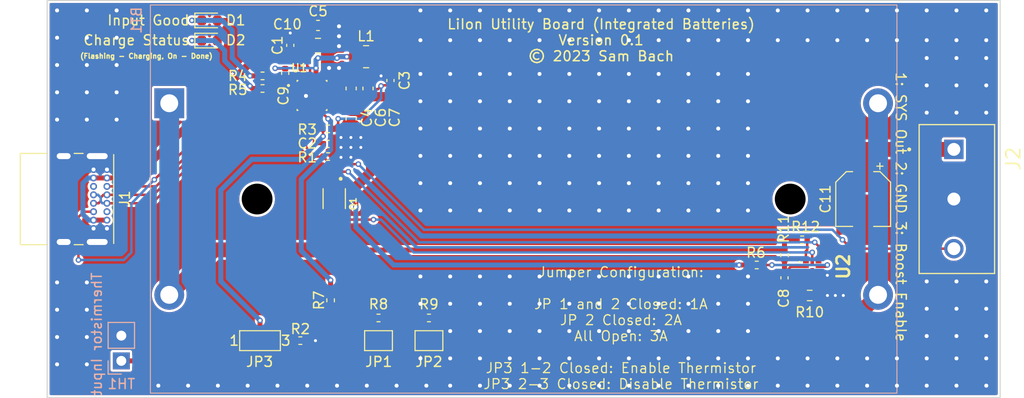
<source format=kicad_pcb>
(kicad_pcb (version 20211014) (generator pcbnew)
  (layers (0 "F.Cu" signal) (31 "B.Cu" signal) (34 "B.Paste" user) (35 "F.Paste" user) (36 "B.SilkS" user "B.Silkscreen") (37 "F.SilkS" user "F.Silkscreen") (38 "B.Mask" user) (39 "F.Mask" user) (44 "Edge.Cuts" user))
  (net 0 "")
  (net 1 "Net-(BT1-Pad1)")
  (net 2 "Net-(BT1-Pad2)")
  (net 3 "GND")
  (net 4 "Net-(C1-Pad2)")
  (net 5 "Net-(C2-Pad2)")
  (net 6 "Net-(C3-Pad2)")
  (net 7 "+BATT")
  (net 8 "Net-(C10-Pad1)")
  (net 9 "+SYS")
  (net 10 "Net-(C8-Pad1)")
  (net 11 "Net-(C9-Pad1)")
  (net 12 "Net-(C9-Pad2)")
  (net 13 "Net-(D1-Pad1)")
  (net 14 "Net-(D2-Pad1)")
  (net 15 "Net-(J1-PadA5)")
  (net 16 "Net-(J1-PadA6)")
  (net 17 "Net-(J1-PadA7)")
  (net 19 "Net-(J1-PadB5)")
  (net 21 "/ENBST")
  (net 22 "Net-(JP1-Pad1)")
  (net 23 "Net-(JP1-Pad2)")
  (net 24 "Net-(JP3-Pad1)")
  (net 25 "Net-(JP3-Pad2)")
  (net 26 "Net-(JP3-Pad3)")
  (net 27 "Net-(Q1-Pad2)")
  (net 28 "Net-(Q1-Pad3)")
  (net 29 "Net-(Q1-Pad5)")
  (net 30 "Net-(R4-Pad2)")
  (net 31 "Net-(R5-Pad2)")
  (net 32 "Net-(R6-Pad1)")
  (net 33 "/IFAST")
  (net 34 "Net-(R12-Pad1)")
  (footprint "Capacitor_SMD:CP_Elec_5x5.3" (layer "F.Cu") (at 168.2 66 -90)
    (fp_text reference "C11")
    (fp_text value "47u")
  )
  (footprint "LED_SMD:LED_0603_1608Metric" (layer "F.Cu") (at 102.362 50.038)
    (fp_text reference "D2")
    (fp_text value "STAT")
  )
  (footprint "LUBParts:BQ298009RUGR" (layer "F.Cu") (at 163.068 72.825 -90)
    (fp_text reference "U2")
    (fp_text value "bq298019" hide)
  )
  (footprint "Capacitor_SMD:C_0402_1005Metric" (layer "F.Cu") (at 114.3 60.452 180)
    (fp_text reference "C2")
    (fp_text value "2.2u")
  )
  (footprint "Resistor_SMD:R_0402_1005Metric" (layer "F.Cu") (at 107.696 54.864)
    (fp_text reference "R5")
    (fp_text value "1K")
  )
  (footprint "Capacitor_SMD:C_0603_1608Metric" (layer "F.Cu") (at 118.322 54.862 90)
    (fp_text reference "C7")
    (fp_text value "10u")
  )
  (footprint "Jumper:SolderJumper-2_P1.3mm_Bridged_Pad1.0x1.5mm" (layer "F.Cu") (at 119.38 80.264 180)
    (fp_text reference "JP1")
    (fp_text value "IFAST1")
  )
  (footprint "Capacitor_SMD:C_0603_1608Metric" (layer "F.Cu") (at 113.286 48.514)
    (fp_text reference "C5")
    (fp_text value "10u")
  )
  (footprint "Jumper:SolderJumper-2_P1.3mm_Bridged_Pad1.0x1.5mm" (layer "F.Cu") (at 124.46 80.264 180)
    (fp_text reference "JP2")
    (fp_text value "IFAST2")
  )
  (footprint "Resistor_SMD:R_0402_1005Metric" (layer "F.Cu") (at 107.696 53.594)
    (fp_text reference "R4")
    (fp_text value "1K")
  )
  (footprint "Capacitor_SMD:C_0603_1608Metric" (layer "F.Cu") (at 116.622 57.912 -90)
    (fp_text reference "C4")
    (fp_text value "10u")
  )
  (footprint "Capacitor_SMD:C_0603_1608Metric" (layer "F.Cu") (at 116.622 54.862 90)
    (fp_text reference "C6")
    (fp_text value "10u")
  )
  (footprint "Inductor_SMD:L_1008_2520Metric" (layer "F.Cu") (at 118.132 51.662 180)
    (fp_text reference "L1")
    (fp_text value "0.47u")
  )
  (footprint "Jumper:SolderJumper-3_P1.3mm_Bridged12_Pad1.0x1.5mm_NumberLabels" (layer "F.Cu") (at 107.442 80.264)
    (fp_text reference "JP3")
    (fp_text value "THM_EN")
  )
  (footprint "Resistor_SMD:R_0402_1005Metric" (layer "F.Cu") (at 162.052 70.104 180)
    (fp_text reference "R12")
    (fp_text value "22")
  )
  (footprint "Capacitor_SMD:C_0805_2012Metric" (layer "F.Cu") (at 113.286 50.546)
    (fp_text reference "C10")
    (fp_text value "22u")
  )
  (footprint "Capacitor_SMD:C_0402_1005Metric" (layer "F.Cu") (at 120.582 54.062 -90)
    (fp_text reference "C3")
    (fp_text value "2.2u")
  )
  (footprint "Resistor_SMD:R_0402_1005Metric" (layer "F.Cu") (at 114.3 58.928 180)
    (fp_text reference "R3")
    (fp_text value "10K")
  )
  (footprint "LUBParts:IC_MAX77757JEFG420+" (layer "F.Cu") (at 112.682 55.562)
    (fp_text reference "U1")
    (fp_text value "MAX77757JEFG420+")
  )
  (footprint "Resistor_SMD:R_0402_1005Metric" (layer "F.Cu") (at 160.274 71.649 90)
    (fp_text reference "R11")
    (fp_text value "100")
  )
  (footprint "Resistor_SMD:R_0402_1005Metric" (layer "F.Cu") (at 124.46 77.978 180)
    (fp_text reference "R9")
    (fp_text value "8.66K")
  )
  (footprint "Resistor_SMD:R_0402_1005Metric" (layer "F.Cu") (at 111.506 80.264)
    (fp_text reference "R2")
    (fp_text value "10K")
  )
  (footprint "Resistor_SMD:R_0402_1005Metric" (layer "F.Cu") (at 157.48 72.644 180)
    (fp_text reference "R6")
    (fp_text value "1K")
  )
  (footprint "Capacitor_SMD:C_0402_1005Metric" (layer "F.Cu") (at 160.274 73.935 -90)
    (fp_text reference "C8")
    (fp_text value "0.1u")
  )
  (footprint "Connector_USB:USB_C_Receptacle_GCT_USB4085" (layer "F.Cu") (at 92.025 63.025 -90)
    (fp_text reference "J1")
    (fp_text value "USBC_Swapped")
  )
  (footprint "Resistor_SMD:R_0402_1005Metric" (layer "F.Cu") (at 114.3 61.722 180)
    (fp_text reference "R1")
    (fp_text value "10K")
  )
  (footprint "LED_SMD:LED_0603_1608Metric" (layer "F.Cu") (at 102.362 48.006)
    (fp_text reference "D1")
    (fp_text value "INBOK")
  )
  (footprint "Resistor_SMD:R_0402_1005Metric" (layer "F.Cu") (at 119.38 77.978 180)
    (fp_text reference "R8")
    (fp_text value "7.32K")
  )
  (footprint "Capacitor_SMD:C_0402_1005Metric" (layer "F.Cu") (at 110.492 50.518 -90)
    (fp_text reference "C1")
    (fp_text value "2.2u")
  )
  (footprint "Resistor_SMD:R_0402_1005Metric" (layer "F.Cu") (at 114.554 76.2 90)
    (fp_text reference "R7")
    (fp_text value "6.65K")
  )
  (footprint "Resistor_SMD:R_0603_1608Metric" (layer "F.Cu") (at 162.814 75.713)
    (fp_text reference "R10")
    (fp_text value "9.0m")
  )
  (footprint "Capacitor_SMD:C_0402_1005Metric" (layer "F.Cu") (at 109.982 53.34 -90)
    (fp_text reference "C9")
    (fp_text value "0.1u")
  )
  (footprint "LUBParts:CUI_TB002-500-03BE" (layer "F.Cu") (at 177.3375 61 -90)
    (fp_text reference "J2")
    (fp_text value "Output")
  )
  (footprint "LUBParts:SON65P200X200X65-8N" (layer "F.Cu") (at 114.92 65.958 -90)
    (fp_text reference "Q1")
    (fp_text value "PMDPB30XN")
  )
  (footprint "LUBParts:12BHC186P-GR" (layer "B.Cu") (at 134 66 180)
    (fp_text reference "BT1")
    (fp_text value "12BHC186P-GR")
  )
  (footprint "Connector_PinHeader_2.54mm:PinHeader_1x02_P2.54mm_Vertical" (layer "B.Cu") (at 93.472 82.301)
    (fp_text reference "TH1")
    (fp_text value "THM")
  )
  (gr_rect (start 86 46) (end 182 86) (layer "Edge.Cuts") (width 0.1) (fill none))
  (gr_text "Thermistor Input" (at 91 79.6 90) (layer "B.SilkS") (effects (font (size 1 1)) (justify mirror)))
  (gr_text "Charge Status\n" (at 95 50) (layer "F.SilkS") (effects (font (size 1 1))))
  (gr_text "(Flashing - Charging, On - Done)" (at 96 51.6) (layer "F.SilkS") (effects (font (size 0.5 0.5) (thickness 0.125))))
  (gr_text "Input Good" (at 96.2 48) (layer "F.SilkS") (effects (font (size 1 1))))
  (gr_text "LiIon Utility Board (Integrated Batteries)\nVersion 0.1\n© 2023 Sam Bach" (at 141.8 50) (layer "F.SilkS") (effects (font (size 1 1))))
  (gr_text "1: SYS Out 2: GND 3: Boost Enable" (at 172 66.8 270) (layer "F.SilkS") (effects (font (size 1 1))))
  (gr_text "Jumper Configuration:\n\nJP 1 and 2 Closed: 1A\nJP 2 Closed: 2A\nAll Open: 3A\n\nJP3 1-2 Closed: Enable Thermistor\nJP3 2-3 Closed: Disable Thermistor" (at 143.8 79) (layer "F.SilkS") (effects (font (size 1 1) (thickness 0.125))))
  (segment (start 160.274 71.139) (end 160.274 70.358) (width 0.5) (layer "F.Cu") (net 1))
  (segment (start 114.27 69.626) (end 112.776 71.12) (width 1.5) (layer "F.Cu") (net 1))
  (segment (start 116.575 71.139) (end 160.274 71.139) (width 0.5) (layer "F.Cu") (net 1))
  (segment (start 160.528 70.104) (end 161.542 70.104) (width 0.5) (layer "F.Cu") (net 1))
  (segment (start 114.27 68.834) (end 114.27 69.626) (width 1.5) (layer "F.Cu") (net 1))
  (segment (start 114.27 66.978) (end 114.27 68.834) (width 0.5) (layer "F.Cu") (net 1))
  (segment (start 112.776 71.12) (end 102.83 71.12) (width 1.5) (layer "F.Cu") (net 1))
  (segment (start 114.27 68.834) (end 116.575 71.139) (width 0.5) (layer "F.Cu") (net 1))
  (segment (start 160.274 70.358) (end 160.528 70.104) (width 0.5) (layer "F.Cu") (net 1))
  (segment (start 102.83 71.12) (end 98.3 75.65) (width 1.5) (layer "F.Cu") (net 1))
  (segment (start 98.3 56.35) (end 98.3 75.65) (width 2) (layer "B.Cu") (net 1))
  (segment (start 162.814 78.486) (end 162.052 77.724) (width 1.5) (layer "F.Cu") (net 2))
  (segment (start 162.052 77.724) (end 162.052 75.776) (width 0.5) (layer "F.Cu") (net 2))
  (segment (start 166.864 78.486) (end 163.322 78.486) (width 1.5) (layer "F.Cu") (net 2))
  (segment (start 161.036 75.713) (end 161.989 75.713) (width 0.5) (layer "F.Cu") (net 2))
  (segment (start 163.322 78.486) (end 162.814 78.486) (width 1.5) (layer "F.Cu") (net 2))
  (segment (start 169.7 75.65) (end 166.864 78.486) (width 1.5) (layer "F.Cu") (net 2))
  (segment (start 160.274 74.951) (end 161.036 75.713) (width 0.5) (layer "F.Cu") (net 2))
  (segment (start 162.433 75.269) (end 161.989 75.713) (width 0.15) (layer "F.Cu") (net 2))
  (segment (start 162.052 75.776) (end 161.989 75.713) (width 0.5) (layer "F.Cu") (net 2))
  (segment (start 160.274 74.415) (end 160.274 74.951) (width 0.5) (layer "F.Cu") (net 2))
  (segment (start 162.433 73.325) (end 162.433 75.269) (width 0.15) (layer "F.Cu") (net 2))
  (segment (start 169.7 56.35) (end 169.7 75.65) (width 2) (layer "B.Cu") (net 2))
  (segment (start 112.016 80.264) (end 113.03 80.264) (width 0.5) (layer "F.Cu") (net 3))
  (segment (start 166.349 75.713) (end 166.603 75.713) (width 0.75) (layer "F.Cu") (net 3))
  (segment (start 164.317 75.713) (end 164.825 75.713) (width 0.75) (layer "F.Cu") (net 3))
  (segment (start 163.703 73.325) (end 164.236 73.325) (width 0.25) (layer "F.Cu") (net 3))
  (segment (start 163.068 75.142) (end 163.639 75.713) (width 0.15) (layer "F.Cu") (net 3))
  (segment (start 165.841 75.713) (end 166.349 75.713) (width 0.75) (layer "F.Cu") (net 3))
  (segment (start 112.482 57.062) (end 112.482 56.094) (width 0.25) (layer "F.Cu") (net 3))
  (segment (start 112.057313 55.626) (end 112.070926 55.612387) (width 0.25) (layer "F.Cu") (net 3))
  (segment (start 163.068 73.26) (end 163.068 75.142) (width 0.15) (layer "F.Cu") (net 3))
  (segment (start 164.236 73.325) (end 164.592 73.681) (width 0.25) (layer "F.Cu") (net 3))
  (segment (start 165.333 75.713) (end 165.841 75.713) (width 0.75) (layer "F.Cu") (net 3))
  (segment (start 163.639 75.713) (end 164.317 75.713) (width 0.75) (layer "F.Cu") (net 3))
  (segment (start 164.825 75.713) (end 165.333 75.713) (width 0.75) (layer "F.Cu") (net 3))
  (segment (start 110.492 50.038) (end 110.492 49.278) (width 0.5) (layer "F.Cu") (net 3))
  (segment (start 119.648 53.582) (end 119.636 53.594) (width 0.25) (layer "F.Cu") (net 3))
  (segment (start 112.014 55.626) (end 112.057313 55.626) (width 0.25) (layer "F.Cu") (net 3))
  (segment (start 110.492 49.278) (end 110.49 49.276) (width 0.5) (layer "F.Cu") (net 3))
  (segment (start 163.133 73.325) (end 163.068 73.26) (width 0.25) (layer "F.Cu") (net 3))
  (segment (start 120.582 53.582) (end 119.648 53.582) (width 0.25) (layer "F.Cu") (net 3))
  (segment (start 112.482 56.094) (end 112.014 55.626) (width 0.25) (layer "F.Cu") (net 3))
  (segment (start 163.703 73.325) (end 163.133 73.325) (width 0.25) (layer "F.Cu") (net 3))
  (via (at 141.6 79.3) (size 0.8) (drill 0.4) (layers "F.Cu" "B.Cu") (net 3))
  (via (at 123.6 82.05) (size 0.8) (drill 0.4) (layers "F.Cu" "B.Cu") (net 3))
  (via (at 129.6 67.15) (size 0.8) (drill 0.4) (layers "F.Cu" "B.Cu") (net 3))
  (via (at 150.6 76.55) (size 0.8) (drill 0.4) (layers "F.Cu" "B.Cu") (net 3))
  (via (at 141.6 76.55) (size 0.8) (drill 0.4) (layers "F.Cu" "B.Cu") (net 3))
  (via (at 90 55.25) (size 0.8) (drill 0.4) (layers "F.Cu" "B.Cu") (net 3))
  (via (at 126.6 73.8) (size 0.8) (drill 0.4) (layers "F.Cu" "B.Cu") (net 3))
  (via (at 132.6 73.8) (size 0.8) (drill 0.4) (layers "F.Cu" "B.Cu") (net 3))
  (via (at 147.6 84.8) (size 0.8) (drill 0.4) (layers "F.Cu" "B.Cu") (net 3))
  (via (at 115.4 49.6) (size 0.8) (drill 0.4) (layers "F.Cu" "B.Cu") (net 3))
  (via (at 117.6 60.8) (size 0.56) (drill 0.3) (layers "F.Cu" "B.Cu") (net 3))
  (via (at 141.6 47) (size 0.8) (drill 0.4) (layers "F.Cu" "B.Cu") (net 3))
  (via (at 126.6 79.3) (size 0.8) (drill 0.4) (layers "F.Cu" "B.Cu") (net 3))
  (via (at 138.6 50) (size 0.8) (drill 0.4) (layers "F.Cu" "B.Cu") (net 3))
  (via (at 87 82.65) (size 0.8) (drill 0.4) (layers "F.Cu" "B.Cu") (net 3))
  (via (at 87 58) (size 0.8) (drill 0.4) (layers "F.Cu" "B.Cu") (net 3))
  (via (at 174.6 47) (size 0.8) (drill 0.4) (layers "F.Cu" "B.Cu") (net 3))
  (via (at 159.6 82.05) (size 0.8) (drill 0.4) (layers "F.Cu" "B.Cu") (net 3))
  (via (at 144.6 47) (size 0.8) (drill 0.4) (layers "F.Cu" "B.Cu") (net 3))
  (via (at 150.6 73.8) (size 0.8) (drill 0.4) (layers "F.Cu" "B.Cu") (net 3))
  (via (at 156.6 73.8) (size 0.8) (drill 0.4) (layers "F.Cu" "B.Cu") (net 3))
  (via (at 135.6 53.4) (size 0.8) (drill 0.4) (layers "F.Cu" "B.Cu") (net 3))
  (via (at 135.6 76.55) (size 0.8) (drill 0.4) (layers "F.Cu" "B.Cu") (net 3))
  (via (at 166.2 75.713) (size 0.56) (drill 0.3) (layers "F.Cu" "B.Cu") (net 3))
  (via (at 156.6 84.8) (size 0.8) (drill 0.4) (layers "F.Cu" "B.Cu") (net 3))
  (via (at 132.6 82.05) (size 0.8) (drill 0.4) (layers "F.Cu" "B.Cu") (net 3))
  (via (at 126.6 84.8) (size 0.8) (drill 0.4) (layers "F.Cu" "B.Cu") (net 3))
  (via (at 180.6 84.8) (size 0.8) (drill 0.4) (layers "F.Cu" "B.Cu") (net 3))
  (via (at 153.6 73.8) (size 0.8) (drill 0.4) (layers "F.Cu" "B.Cu") (net 3))
  (via (at 174.6 51.8) (size 0.8) (drill 0.4) (layers "F.Cu" "B.Cu") (net 3))
  (via (at 147.6 53.4) (size 0.8) (drill 0.4) (layers "F.Cu" "B.Cu") (net 3))
  (via (at 147.6 50) (size 0.8) (drill 0.4) (layers "F.Cu" "B.Cu") (net 3))
  (via (at 93 49.75) (size 0.8) (drill 0.4) (layers "F.Cu" "B.Cu") (net 3))
  (via (at 174.6 57.3) (size 0.8) (drill 0.4) (layers "F.Cu" "B.Cu") (net 3))
  (via (at 144.6 76.55) (size 0.8) (drill 0.4) (layers "F.Cu" "B.Cu") (net 3))
  (via (at 177.6 57.3) (size 0.8) (drill 0.4) (layers "F.Cu" "B.Cu") (net 3))
  (via (at 144.6 84.8) (size 0.8) (drill 0.4) (layers "F.Cu" "B.Cu") (net 3))
  (via (at 147.6 76.55) (size 0.8) (drill 0.4) (layers "F.Cu" "B.Cu") (net 3))
  (via (at 171.6 84.8) (size 0.8) (drill 0.4) (layers "F.Cu" "B.Cu") (net 3))
  (via (at 159.6 50) (size 0.8) (drill 0.4) (layers "F.Cu" "B.Cu") (net 3))
  (via (at 153.6 79.3) (size 0.8) (drill 0.4) (layers "F.Cu" "B.Cu") (net 3))
  (via (at 159.6 84.8) (size 0.8) (drill 0.4) (layers "F.Cu" "B.Cu") (net 3))
  (via (at 180.6 50) (size 0.8) (drill 0.4) (layers "F.Cu" "B.Cu") (net 3))
  (via (at 87 55.25) (size 0.8) (drill 0.4) (layers "F.Cu" "B.Cu") (net 3))
  (via (at 144.6 56.15) (size 0.8) (drill 0.4) (layers "F.Cu" "B.Cu") (net 3))
  (via (at 119.636 53.594) (size 0.56) (drill 0.3) (layers "F.Cu" "B.Cu") (net 3))
  (via (at 132.6 47) (size 0.8) (drill 0.4) (layers "F.Cu" "B.Cu") (net 3))
  (via (at 97.2 84.8) (size 0.8) (drill 0.4) (layers "F.Cu" "B.Cu") (net 3))
  (via (at 93 55.25) (size 0.8) (drill 0.4) (layers "F.Cu" "B.Cu") (net 3))
  (via (at 138.6 61.65) (size 0.8) (drill 0.4) (layers "F.Cu" "B.Cu") (net 3))
  (via (at 126.6 82.05) (size 0.8) (drill 0.4) (layers "F.Cu" "B.Cu") (net 3))
  (via (at 150.6 82.05) (size 0.8) (drill 0.4) (layers "F.Cu" "B.Cu") (net 3))
  (via (at 164.6 75.713) (size 0.56) (drill 0.3) (layers "F.Cu" "B.Cu") (net 3))
  (via (at 126.6 50) (size 0.8) (drill 0.4) (layers "F.Cu" "B.Cu") (net 3))
  (via (at 132.6 56.15) (size 0.8) (drill 0.4) (layers "F.Cu" "B.Cu") (net 3))
  (via (at 132.6 67.15) (size 0.8) (drill 0.4) (layers "F.Cu" "B.Cu") (net 3))
  (via (at 87 77.15) (size 0.8) (drill 0.4) (layers "F.Cu" "B.Cu") (net 3))
  (via (at 135.6 58.9) (size 0.8) (drill 0.4) (layers "F.Cu" "B.Cu") (net 3))
  (via (at 132.6 53.4) (size 0.8) (drill 0.4) (layers "F.Cu" "B.Cu") (net 3))
  (via (at 141.6 82.05) (size 0.8) (drill 0.4) (layers "F.Cu" "B.Cu") (net 3))
  (via (at 126.6 67.15) (size 0.8) (drill 0.4) (layers "F.Cu" "B.Cu") (net 3))
  (via (at 156.6 67.15) (size 0.8) (drill 0.4) (layers "F.Cu" "B.Cu") (net 3))
  (via (at 150.6 64.4) (size 0.8) (drill 0.4) (layers "F.Cu" "B.Cu") (net 3))
  (via (at 177.6 79.8) (size 0.8) (drill 0.4) (layers "F.Cu" "B.Cu") (net 3))
  (via (at 174.6 79.8) (size 0.8) (drill 0.4) (layers "F.Cu" "B.Cu") (net 3))
  (via (at 156.6 58.9) (size 0.8) (drill 0.4) (layers "F.Cu" "B.Cu") (net 3))
  (via (at 129.6 73.8) (size 0.8) (drill 0.4) (layers "F.Cu" "B.Cu") (net 3))
  (via (at 123.6 58.9) (size 0.8) (drill 0.4) (layers "F.Cu" "B.Cu") (net 3))
  (via (at 165.6 82.05) (size 0.8) (drill 0.4) (layers "F.Cu" "B.Cu") (net 3))
  (via (at 100.2 84.8) (size 0.8) (drill 0.4) (layers "F.Cu" "B.Cu") (net 3))
  (via (at 144.6 58.9) (size 0.8) (drill 0.4) (layers "F.Cu" "B.Cu") (net 3))
  (via (at 141.6 56.15) (size 0.8) (drill 0.4) (layers "F.Cu" "B.Cu") (net 3))
  (via (at 168.6 50) (size 0.8) (drill 0.4) (layers "F.Cu" "B.Cu") (net 3))
  (via (at 132.6 64.4) (size 0.8) (drill 0.4) (layers "F.Cu" "B.Cu") (net 3))
  (via (at 171.6 47) (size 0.8) (drill 0.4) (layers "F.Cu" "B.Cu") (net 3))
  (via (at 129.6 56.15) (size 0.8) (drill 0.4) (layers "F.Cu" "B.Cu") (net 3))
  (via (at 135.6 67.15) (size 0.8) (drill 0.4) (layers "F.Cu" "B.Cu") (net 3))
  (via (at 123.6 67.15) (size 0.8) (drill 0.4) (layers "F.Cu" "B.Cu") (net 3))
  (via (at 90 74.4) (size 0.8) (drill 0.4) (layers "F.Cu" "B.Cu") (net 3))
  (via (at 129.6 58.9) (size 0.8) (drill 0.4) (layers "F.Cu" "B.Cu") (net 3))
  (via (at 138.6 79.3) (size 0.8) (drill 0.4) (layers "F.Cu" "B.Cu") (net 3))
  (via (at 153.6 56.15) (size 0.8) (drill 0.4) (layers "F.Cu" "B.Cu") (net 3))
  (via (at 144.6 53.4) (size 0.8) (drill 0.4) (layers "F.Cu" "B.Cu") (net 3))
  (via (at 93 47) (size 0.8) (drill 0.4) (layers "F.Cu" "B.Cu") (net 3))
  (via (at 123.6 73.8) (size 0.8) (drill 0.4) (layers "F.Cu" "B.Cu") (net 3))
  (via (at 87 74.4) (size 0.8) (drill 0.4) (layers "F.Cu" "B.Cu") (net 3))
  (via (at 165.6 47) (size 0.8) (drill 0.4) (layers "F.Cu" "B.Cu") (net 3))
  (via (at 112.2 84.8) (size 0.8) (drill 0.4) (layers "F.Cu" "B.Cu") (net 3))
  (via (at 144.6 64.4) (size 0.8) (drill 0.4) (layers "F.Cu" "B.Cu") (net 3))
  (via (at 177.6 47) (size 0.8) (drill 0.4) (layers "F.Cu" "B.Cu") (net 3))
  (via (at 129.6 82.05) (size 0.8) (drill 0.4) (layers "F.Cu" "B.Cu") (net 3))
  (via (at 164.592 73.681) (size 0.56) (drill 0.3) (layers "F.Cu" "B.Cu") (net 3))
  (via (at 144.6 73.8) (size 0.8) (drill 0.4) (layers "F.Cu" "B.Cu") (net 3))
  (via (at 115.4 52.8) (size 0.8) (drill 0.4) (layers "F.Cu" "B.Cu") (net 3))
  (via (at 153.6 50) (size 0.8) (drill 0.4) (layers "F.Cu" "B.Cu") (net 3))
  (via (at 177.6 50) (size 0.8) (drill 0.4) (layers "F.Cu" "B.Cu") (net 3))
  (via (at 174.6 84.8) (size 0.8) (drill 0.4) (layers "F.Cu" "B.Cu") (net 3))
  (via (at 147.6 82.05) (size 0.8) (drill 0.4) (layers "F.Cu" "B.Cu") (net 3))
  (via (at 123.6 50) (size 0.8) (drill 0.4) (layers "F.Cu" "B.Cu") (net 3))
  (via (at 135.6 73.8) (size 0.8) (drill 0.4) (layers "F.Cu" "B.Cu") (net 3))
  (via (at 123.6 64.4) (size 0.8) (drill 0.4) (layers "F.Cu" "B.Cu") (net 3))
  (via (at 147.6 73.8) (size 0.8) (drill 0.4) (layers "F.Cu" "B.Cu") (net 3))
  (via (at 126.6 56.15) (size 0.8) (drill 0.4) (layers "F.Cu" "B.Cu") (net 3))
  (via (at 153.6 84.8) (size 0.8) (drill 0.4) (layers "F.Cu" "B.Cu") (net 3))
  (via (at 126.6 53.4) (size 0.8) (drill 0.4) (layers "F.Cu" "B.Cu") (net 3))
  (via (at 135.6 56.15) (size 0.8) (drill 0.4) (layers "F.Cu" "B.Cu") (net 3))
  (via (at 129.6 64.4) (size 0.8) (drill 0.4) (layers "F.Cu" "B.Cu") (net 3))
  (via (at 90 79.9) (size 0.8) (drill 0.4) (layers "F.Cu" "B.Cu") (net 3))
  (via (at 87 52.5) (size 0.8) (drill 0.4) (layers "F.Cu" "B.Cu") (net 3))
  (via (at 138.6 84.8) (size 0.8) (drill 0.4) (layers "F.Cu" "B.Cu") (net 3))
  (via (at 116.6 61.8) (size 0.56) (drill 0.3) (layers "F.Cu" "B.Cu") (net 3))
  (via (at 138.6 82.05) (size 0.8) (drill 0.4) (layers "F.Cu" "B.Cu") (net 3))
  (via (at 115.6 60.8) (size 0.56) (drill 0.3) (layers "F.Cu" "B.Cu") (net 3))
  (via (at 177.6 82.05) (size 0.8) (drill 0.4) (layers "F.Cu" "B.Cu") (net 3))
  (via (at 177.6 54.55) (size 0.8) (drill 0.4) (layers "F.Cu" "B.Cu") (net 3))
  (via (at 90 52.5) (size 0.8) (drill 0.4) (layers "F.Cu" "B.Cu") (net 3))
  (via (at 112.070926 55.612387) (size 0.8) (drill 0.4) (layers "F.Cu" "B.Cu") (net 3))
  (via (at 150.6 79.3) (size 0.8) (drill 0.4) (layers "F.Cu" "B.Cu") (net 3))
  (via (at 115.4 48.6) (size 0.8) (drill 0.4) (layers "F.Cu" "B.Cu") (net 3))
  (via (at 174.6 82.05) (size 0.8) (drill 0.4) (layers "F.Cu" "B.Cu") (net 3))
  (via (at 132.6 50) (size 0.8) (drill 0.4) (layers "F.Cu" "B.Cu") (net 3))
  (via (at 150.6 67.15) (size 0.8) (drill 0.4) (layers "F.Cu" "B.Cu") (net 3))
  (via (at 150.6 84.8) (size 0.8) (drill 0.4) (layers "F.Cu" "B.Cu") (net 3))
  (via (at 153.6 53.4) (size 0.8) (drill 0.4) (layers "F.Cu" "B.Cu") (net 3))
  (via (at 153.6 82.05) (size 0.8) (drill 0.4) (layers "F.Cu" "B.Cu") (net 3))
  (via (at 171.6 82.05) (size 0.8) (drill 0.4) (layers "F.Cu" "B.Cu") (net 3))
  (via (at 135.6 84.8) (size 0.8) (drill 0.4) (layers "F.Cu" "B.Cu") (net 3))
  (via (at 144.6 67.15) (size 0.8) (drill 0.4) (layers "F.Cu" "B.Cu") (net 3))
  (via (at 135.6 61.65) (size 0.8) (drill 0.4) (layers "F.Cu" "B.Cu") (net 3))
  (via (at 132.6 79.3) (size 0.8) (drill 0.4) (layers "F.Cu" "B.Cu") (net 3))
  (via (at 147.6 67.15) (size 0.8) (drill 0.4) (layers "F.Cu" "B.Cu") (net 3))
  (via (at 123.6 61.65) (size 0.8) (drill 0.4) (layers "F.Cu" "B.Cu") (net 3))
  (via (at 177.6 77.05) (size 0.8) (drill 0.4) (layers "F.Cu" "B.Cu") (net 3))
  (via (at 87 47) (size 0.8) (drill 0.4) (layers "F.Cu" "B.Cu") (net 3))
  (via (at 141.6 61.65) (size 0.8) (drill 0.4) (layers "F.Cu" "B.Cu") (net 3))
  (via (at 141.6 58.9) (size 0.8) (drill 0.4) (layers "F.Cu" "B.Cu") (net 3))
  (via (at 109.2 84.8) (size 0.8) (drill 0.4) (layers "F.Cu" "B.Cu") (net 3))
  (via (at 162.6 82.05) (size 0.8) (drill 0.4) (layers "F.Cu" "B.Cu") (net 3))
  (via (at 132.6 84.8) (size 0.8) (drill 0.4) (layers "F.Cu" "B.Cu") (net 3))
  (via (at 126.6 58.9) (size 0.8) (drill 0.4) (layers "F.Cu" "B.Cu") (net 3))
  (via (at 147.6 64.4) (size 0.8) (drill 0.4) (layers "F.Cu" "B.Cu") (net 3))
  (via (at 126.6 47) (size 0.8) (drill 0.4) (layers "F.Cu" "B.Cu") (net 3))
  (via (at 180.6 82.05) (size 0.8) (drill 0.4) (layers "F.Cu" "B.Cu") (net 3))
  (via (at 153.6 61.65) (size 0.8) (drill 0.4) (layers "F.Cu" "B.Cu") (net 3))
  (via (at 135.6 64.4) (size 0.8) (drill 0.4) (layers "F.Cu" "B.Cu") (net 3))
  (via (at 144.6 50) (size 0.8) (drill 0.4) (layers "F.Cu" "B.Cu") (net 3))
  (via (at 129.6 50) (size 0.8) (drill 0.4) (layers "F.Cu" "B.Cu") (net 3))
  (via (at 156.6 53.4) (size 0.8) (drill 0.4) (layers "F.Cu" "B.Cu") (net 3))
  (via (at 115.2 84.8) (size 0.8) (drill 0.4) (layers "F.Cu" "B.Cu") (net 3))
  (via (at 138.6 73.8) (size 0.8) (drill 0.4) (layers "F.Cu" "B.Cu") (net 3))
  (via (at 165.6 50) (size 0.8) (drill 0.4) (layers "F.Cu" "B.Cu") (net 3))
  (via (at 156.6 82.05) (size 0.8) (drill 0.4) (layers "F.Cu" "B.Cu") (net 3))
  (via (at 180.6 51.8) (size 0.8) (drill 0.4) (layers "F.Cu" "B.Cu") (net 3))
  (via (at 138.6 67.15) (size 0.8) (drill 0.4) (layers "F.Cu" "B.Cu") (net 3))
  (via (at 126.6 61.65) (size 0.8) (drill 0.4) (layers "F.Cu" "B.Cu") (net 3))
  (via (at 177.6 74.3) (size 0.8) (drill 0.4) (layers "F.Cu" "B.Cu") (net 3))
  (via (at 156.6 50) (size 0.8) (drill 0.4) (layers "F.Cu" "B.Cu") (net 3))
  (via (at 150.6 50) (size 0.8) (drill 0.4) (layers "F.Cu" "B.Cu") (net 3))
  (via (at 129.6 53.4) (size 0.8) (drill 0.4) (layers "F.Cu" "B.Cu") (net 3))
  (via (at 138.6 47) (size 0.8) (drill 0.4) (layers "F.Cu" "B.Cu") (net 3))
  (via (at 168.6 47) (size 0.8) (drill 0.4) (layers "F.Cu" "B.Cu") (net 3))
  (via (at 87 79.9) (size 0.8) (drill 0.4) (layers "F.Cu" "B.Cu") (net 3))
  (via (at 129.6 76.55) (size 0.8) (drill 0.4) (layers "F.Cu" "B.Cu") (net 3))
  (via (at 180.6 79.8) (size 0.8) (drill 0.4) (layers "F.Cu" "B.Cu") (net 3))
  (via (at 174.6 77.05) (size 0.8) (drill 0.4) (layers "F.Cu" "B.Cu") (net 3))
  (via (at 138.6 76.55) (size 0.8) (drill 0.4) (layers "F.Cu" "B.Cu") (net 3))
  (via (at 144.6 61.65) (size 0.8) (drill 0.4) (layers "F.Cu" "B.Cu") (net 3))
  (via (at 129.6 47) (size 0.8) (drill 0.4) (layers "F.Cu" "B.Cu") (net 3))
  (via (at 174.6 50) (size 0.8) (drill 0.4) (layers "F.Cu" "B.Cu") (net 3))
  (via (at 144.6 82.05) (size 0.8) (drill 0.4) (layers "F.Cu" "B.Cu") (net 3))
  (via (at 138.6 56.15) (size 0.8) (drill 0.4) (layers "F.Cu" "B.Cu") (net 3))
  (via (at 123.6 53.4) (size 0.8) (drill 0.4) (layers "F.Cu" "B.Cu") (net 3))
  (via (at 168.6 84.8) (size 0.8) (drill 0.4) (layers "F.Cu" "B.Cu") (net 3))
  (via (at 162.6 47) (size 0.8) (drill 0.4) (layers "F.Cu" "B.Cu") (net 3))
  (via (at 153.6 58.9) (size 0.8) (drill 0.4) (layers "F.Cu" "B.Cu") (net 3))
  (via (at 141.6 64.4) (size 0.8) (drill 0.4) (layers "F.Cu" "B.Cu") (net 3))
  (via (at 159.6 47) (size 0.8) (drill 0.4) (layers "F.Cu" "B.Cu") (net 3))
  (via (at 150.6 56.15) (size 0.8) (drill 0.4) (layers "F.Cu" "B.Cu") (net 3))
  (via (at 156.6 79.3) (size 0.8) (drill 0.4) (layers "F.Cu" "B.Cu") (net 3))
  (via (at 115.6 59.8) (size 0.56) (drill 0.3) (layers "F.Cu" "B.Cu") (net 3))
  (via (at 123.6 47) (size 0.8) (drill 0.4) (layers "F.Cu" "B.Cu") (net 3))
  (via (at 124.2 84.8) (size 0.8) (drill 0.4) (layers "F.Cu" "B.Cu") (net 3))
  (via (at 150.6 61.65) (size 0.8) (drill 0.4) (layers "F.Cu" "B.Cu") (net 3))
  (via (at 93 52.5) (size 0.8) (drill 0.4) (layers "F.Cu" "B.Cu") (net 3))
  (via (at 180.6 54.55) (size 0.8) (drill 0.4) (layers "F.Cu" "B.Cu") (net 3))
  (via (at 150.6 47) (size 0.8) (drill 0.4) (layers "F.Cu" "B.Cu") (net 3))
  (via (at 93 58) (size 0.8) (drill 0.4) (layers "F.Cu" "B.Cu") (net 3))
  (via (at 115.6 61.8) (size 0.56) (drill 0.3) (layers "F.Cu" "B.Cu") (net 3))
  (via (at 153.6 76.55) (size 0.8) (drill 0.4) (layers "F.Cu" "B.Cu") (net 3))
  (via (at 147.6 61.65) (size 0.8) (drill 0.4) (layers "F.Cu" "B.Cu") (net 3))
  (via (at 141.6 73.8) (size 0.8) (drill 0.4) (layers "F.Cu" "B.Cu") (net 3))
  (via (at 135.6 79.3) (size 0.8) (drill 0.4) (layers "F.Cu" "B.Cu") (net 3))
  (via (at 123.6 76.55) (size 0.8) (drill 0.4) (layers "F.Cu" "B.Cu") (net 3))
  (via (at 147.6 56.15) (size 0.8) (drill 0.4) (layers "F.Cu" "B.Cu") (net 3))
  (via (at 147.6 58.9) (size 0.8) (drill 0.4) (layers "F.Cu" "B.Cu") (net 3))
  (via (at 129.6 79.3) (size 0.8) (drill 0.4) (layers "F.Cu" "B.Cu") (net 3))
  (via (at 177.6 84.8) (size 0.8) (drill 0.4) (layers "F.Cu" "B.Cu") (net 3))
  (via (at 90 47) (size 0.8) (drill 0.4) (layers "F.Cu" "B.Cu") (net 3))
  (via (at 147.6 79.3) (size 0.8) (drill 0.4) (layers "F.Cu" "B.Cu") (net 3))
  (via (at 153.6 47) (size 0.8) (drill 0.4) (layers "F.Cu" "B.Cu") (net 3))
  (via (at 150.6 53.4) (size 0.8) (drill 0.4) (layers "F.Cu" "B.Cu") (net 3))
  (via (at 90 77.15) (size 0.8) (drill 0.4) (layers "F.Cu" "B.Cu") (net 3))
  (via (at 153.6 67.15) (size 0.8) (drill 0.4) (layers "F.Cu" "B.Cu") (net 3))
  (via (at 135.6 82.05) (size 0.8) (drill 0.4) (layers "F.Cu" "B.Cu") (net 3))
  (via (at 135.6 47) (size 0.8) (drill 0.4) (layers "F.Cu" "B.Cu") (net 3))
  (via (at 117.6 59.8) (size 0.56) (drill 0.3) (layers "F.Cu" "B.Cu") (net 3))
  (via (at 129.6 61.65) (size 0.8) (drill 0.4) (layers "F.Cu" "B.Cu") (net 3))
  (via (at 141.6 84.8) (size 0.8) (drill 0.4) (layers "F.Cu" "B.Cu") (net 3))
  (via (at 180.6 74.3) (size 0.8) (drill 0.4) (layers "F.Cu" "B.Cu") (net 3))
  (via (at 174.6 74.3) (size 0.8) (drill 0.4) (layers "F.Cu" "B.Cu") (net 3))
  (via (at 138.6 64.4) (size 0.8) (drill 0.4) (layers "F.Cu" "B.Cu") (net 3))
  (via (at 156.6 47) (size 0.8) (drill 0.4) (layers "F.Cu" "B.Cu") (net 3))
  (via (at 162.6 50) (size 0.8) (drill 0.4) (layers "F.Cu" "B.Cu") (net 3))
  (via (at 165.6 84.8) (size 0.8) (drill 0.4) (layers "F.Cu" "B.Cu") (net 3))
  (via (at 180.6 77.05) (size 0.8) (drill 0.4) (layers "F.Cu" "B.Cu") (net 3))
  (via (at 90 58) (size 0.8) (drill 0.4) (layers "F.Cu" "B.Cu") (net 3))
  (via (at 150.6 58.9) (size 0.8) (drill 0.4) (layers "F.Cu" "B.Cu") (net 3))
  (via (at 156.6 64.4) (size 0.8) (drill 0.4) (layers "F.Cu" "B.Cu") (net 3))
  (via (at 115.4 50.6) (size 0.8) (drill 0.4) (layers "F.Cu" "B.Cu") (net 3))
  (via (at 180.6 57.3) (size 0.8) (drill 0.4) (layers "F.Cu" "B.Cu") (net 3))
  (via (at 180.6 47) (size 0.8) (drill 0.4) (layers "F.Cu" "B.Cu") (net 3))
  (via (at 87 49.75) (size 0.8) (drill 0.4) (layers "F.Cu" "B.Cu") (net 3))
  (via (at 168.6 82.05) (size 0.8) (drill 0.4) (layers "F.Cu" "B.Cu") (net 3))
  (via (at 106.2 84.8) (size 0.8) (drill 0.4) (layers "F.Cu" "B.Cu") (net 3))
  (via (at 132.6 61.65) (size 0.8) (drill 0.4) (layers "F.Cu" "B.Cu") (net 3))
  (via (at 116.6 59.8) (size 0.56) (drill 0.3) (layers "F.Cu" "B.Cu") (net 3))
  (via (at 90 49.75) (size 0.8) (drill 0.4) (layers "F.Cu" "B.Cu") (net 3))
  (via (at 126.6 76.55) (size 0.8) (drill 0.4) (layers "F.Cu" "B.Cu") (net 3))
  (via (at 138.6 53.4) (size 0.8) (drill 0.4) (layers "F.Cu" "B.Cu") (net 3))
  (via (at 114.4 52.8) (size 0.8) (drill 0.4) (layers "F.Cu" "B.Cu") (net 3))
  (via (at 132.6 76.55) (size 0.8) (drill 0.4) (layers "F.Cu" "B.Cu") (net 3))
  (via (at 156.6 76.55) (size 0.8) (drill 0.4) (layers "F.Cu" "B.Cu") (net 3))
  (via (at 116.6 60.8) (size 0.56) (drill 0.3) (layers "F.Cu" "B.Cu") (net 3))
  (via (at 129.6 84.8) (size 0.8) (drill 0.4) (layers "F.Cu" "B.Cu") (net 3))
  (via (at 141.6 53.4) (size 0.8) (drill 0.4) (layers "F.Cu" "B.Cu") (net 3))
  (via (at 138.6 58.9) (size 0.8) (drill 0.4) (layers "F.Cu" "B.Cu") (net 3))
  (via (at 123.6 56.15) (size 0.8) (drill 0.4) (layers "F.Cu" "B.Cu") (net 3))
  (via (at 156.6 56.15) (size 0.8) (drill 0.4) (layers "F.Cu" "B.Cu") (net 3))
  (via (at 121.2 84.8) (size 0.8) (drill 0.4) (layers "F.Cu" "B.Cu") (net 3))
  (via (at 156.6 61.65) (size 0.8) (drill 0.4) (layers "F.Cu" "B.Cu") (net 3))
  (via (at 90 82.65) (size 0.8) (drill 0.4) (layers "F.Cu" "B.Cu") (net 3))
  (via (at 165.4 75.713) (size 0.56) (drill 0.3) (layers "F.Cu" "B.Cu") (net 3))
  (via (at 103.2 84.8) (size 0.8) (drill 0.4) (layers "F.Cu" "B.Cu") (net 3))
  (via (at 174.6 54.55) (size 0.8) (drill 0.4) (layers "F.Cu" "B.Cu") (net 3))
  (via (at 162.6 84.8) (size 0.8) (drill 0.4) (layers "F.Cu" "B.Cu") (net 3))
  (via (at 141.6 50) (size 0.8) (drill 0.4) (layers "F.Cu" "B.Cu") (net 3))
  (via (at 113.03 80.264) (size 0.56) (drill 0.3) (layers "F.Cu" "B.Cu") (net 3))
  (via (at 141.6 67.15) (size 0.8) (drill 0.4) (layers "F.Cu" "B.Cu") (net 3))
  (via (at 171.6 50) (size 0.8) (drill 0.4) (layers "F.Cu" "B.Cu") (net 3))
  (via (at 144.6 79.3) (size 0.8) (drill 0.4) (layers "F.Cu" "B.Cu") (net 3))
  (via (at 110.49 49.276) (size 0.56) (drill 0.3) (layers "F.Cu" "B.Cu") (net 3))
  (via (at 147.6 47) (size 0.8) (drill 0.4) (layers "F.Cu" "B.Cu") (net 3))
  (via (at 132.6 58.9) (size 0.8) (drill 0.4) (layers "F.Cu" "B.Cu") (net 3))
  (via (at 118.2 84.8) (size 0.8) (drill 0.4) (layers "F.Cu" "B.Cu") (net 3))
  (via (at 153.6 64.4) (size 0.8) (drill 0.4) (layers "F.Cu" "B.Cu") (net 3))
  (via (at 177.6 51.8) (size 0.8) (drill 0.4) (layers "F.Cu" "B.Cu") (net 3))
  (via (at 126.6 64.4) (size 0.8) (drill 0.4) (layers "F.Cu" "B.Cu") (net 3))
  (via (at 135.6 50) (size 0.8) (drill 0.4) (layers "F.Cu" "B.Cu") (net 3))
  (segment (start 111.882 53.206) (end 110.492 51.816) (width 0.5) (layer "F.Cu") (net 4))
  (segment (start 107.95 51.816) (end 109.22 51.816) (width 0.75) (layer "F.Cu") (net 4))
  (segment (start 92.025 63.875) (end 93.218 63.875) (width 0.5) (layer "F.Cu") (net 4))
  (segment (start 93.218 63.875) (end 94.875 63.875) (width 0.75) (layer "F.Cu") (net 4))
  (segment (start 94.875 63.875) (end 106.934 51.816) (width 0.75) (layer "F.Cu") (net 4))
  (segment (start 111.882 54.062) (end 111.882 53.206) (width 0.5) (layer "F.Cu") (net 4))
  (segment (start 110.492 51.816) (end 110.492 50.998) (width 0.5) (layer "F.Cu") (net 4))
  (segment (start 109.22 51.816) (end 110.492 51.816) (width 0.5) (layer "F.Cu") (net 4))
  (segment (start 90.675 63.875) (end 92.025 63.875) (width 0.5) (layer "F.Cu") (net 4))
  (segment (start 90.675 68.125) (end 92.025 68.125) (width 0.5) (layer "F.Cu") (net 4))
  (segment (start 106.934 51.816) (end 107.95 51.816) (width 0.75) (layer "F.Cu") (net 4))
  (segment (start 90.125 63.875) (end 90.675 63.875) (width 0.5) (layer "B.Cu") (net 4))
  (segment (start 90.180026 68.125) (end 89.6 67.544974) (width 0.5) (layer "B.Cu") (net 4))
  (segment (start 89.6 64.4) (end 90.125 63.875) (width 0.5) (layer "B.Cu") (net 4))
  (segment (start 90.675 68.125) (end 90.180026 68.125) (width 0.5) (layer "B.Cu") (net 4))
  (segment (start 89.6 67.544974) (end 89.6 64.4) (width 0.5) (layer "B.Cu") (net 4))
  (segment (start 113.03 60.452) (end 112.882 60.304) (width 0.25) (layer "F.Cu") (net 5))
  (segment (start 113.82 60.452) (end 113.03 60.452) (width 0.25) (layer "F.Cu") (net 5))
  (segment (start 112.882 60.304) (end 112.882 57.062) (width 0.25) (layer "F.Cu") (net 5))
  (segment (start 119.636 54.61) (end 119.311 54.935) (width 0.25) (layer "F.Cu") (net 6))
  (segment (start 119.636 54.61) (end 119.704 54.542) (width 0.25) (layer "F.Cu") (net 6))
  (segment (start 114.209 54.935) (end 114.182 54.962) (width 0.25) (layer "F.Cu") (net 6))
  (segment (start 115.316 57.912) (end 115.316 58.422) (width 0.25) (layer "F.Cu") (net 6))
  (segment (start 119.704 54.542) (end 120.582 54.542) (width 0.25) (layer "F.Cu") (net 6))
  (segment (start 119.311 54.935) (end 114.209 54.935) (width 0.25) (layer "F.Cu") (net 6))
  (segment (start 115.316 58.422) (end 114.81 58.928) (width 0.25) (layer "F.Cu") (net 6))
  (via (at 115.316 57.912) (size 0.56) (drill 0.3) (layers "F.Cu" "B.Cu") (net 6))
  (via (at 119.636 54.61) (size 0.56) (drill 0.3) (layers "F.Cu" "B.Cu") (net 6))
  (segment (start 117.602 57.912) (end 119.636 55.878) (width 0.25) (layer "B.Cu") (net 6))
  (segment (start 119.636 55.878) (end 119.636 54.61) (width 0.25) (layer "B.Cu") (net 6))
  (segment (start 115.316 57.912) (end 117.602 57.912) (width 0.25) (layer "B.Cu") (net 6))
  (segment (start 114.182 56.362) (end 114.784 56.362) (width 0.5) (layer "F.Cu") (net 7))
  (segment (start 116.926 64.938) (end 117.094 64.77) (width 0.5) (layer "F.Cu") (net 7))
  (segment (start 117.094 64.77) (end 118.618 63.246) (width 1) (layer "F.Cu") (net 7))
  (segment (start 114.784 56.362) (end 115.572 57.15) (width 0.5) (layer "F.Cu") (net 7))
  (segment (start 118.618 63.246) (end 118.618 58.42) (width 1) (layer "F.Cu") (net 7))
  (segment (start 115.57 64.938) (end 116.926 64.938) (width 0.5) (layer "F.Cu") (net 7))
  (segment (start 118.618 58.42) (end 117.335 57.137) (width 1) (layer "F.Cu") (net 7))
  (segment (start 115.572 57.15) (end 116.609 57.15) (width 0.5) (layer "F.Cu") (net 7))
  (segment (start 117.335 57.137) (end 116.622 57.137) (width 1) (layer "F.Cu") (net 7))
  (segment (start 155.702 72.644) (end 156.97 72.644) (width 0.5) (layer "F.Cu") (net 7))
  (segment (start 116.609 57.15) (end 116.622 57.137) (width 0.5) (layer "F.Cu") (net 7))
  (segment (start 117.094 64.77) (end 117.094 66.802) (width 0.5) (layer "F.Cu") (net 7))
  (via (at 117.094 66.802) (size 0.56) (drill 0.3) (layers "F.Cu" "B.Cu") (net 7))
  (via (at 155.702 72.644) (size 0.56) (drill 0.3) (layers "F.Cu" "B.Cu") (net 7))
  (segment (start 117.094 66.802) (end 117.094 68.834) (width 0.5) (layer "B.Cu") (net 7))
  (segment (start 117.094 68.834) (end 120.904 72.644) (width 0.5) (layer "B.Cu") (net 7))
  (segment (start 120.904 72.644) (end 155.702 72.644) (width 0.5) (layer "B.Cu") (net 7))
  (segment (start 112.511 49.289) (end 112.27 49.53) (width 0.5) (layer "F.Cu") (net 8))
  (segment (start 112.27 49.53) (end 112.27 50.48) (width 0.5) (layer "F.Cu") (net 8))
  (segment (start 112.482 52.882) (end 112.2 52.6) (width 0.25) (layer "F.Cu") (net 8))
  (segment (start 112.511 48.514) (end 112.511 49.289) (width 0.5) (layer "F.Cu") (net 8))
  (segment (start 112.482 54.062) (end 112.482 52.882) (width 0.25) (layer "F.Cu") (net 8))
  (segment (start 112.2 50.682) (end 112.336 50.546) (width 0.25) (layer "F.Cu") (net 8))
  (segment (start 112.27 50.48) (end 112.336 50.546) (width 0.5) (layer "F.Cu") (net 8))
  (segment (start 112.2 52.6) (end 112.2 50.682) (width 0.25) (layer "F.Cu") (net 8))
  (segment (start 106.68 47.244) (end 117.348 47.244) (width 0.5) (layer "F.Cu") (net 9))
  (segment (start 168.2 62.8) (end 168.2 63.8) (width 1.5) (layer "F.Cu") (net 9))
  (segment (start 170 61) (end 168.2 62.8) (width 1.5) (layer "F.Cu") (net 9))
  (segment (start 157.072 51.662) (end 119.207 51.662) (width 1.5) (layer "F.Cu") (net 9))
  (segment (start 166.41 61) (end 157.072 51.662) (width 1.5) (layer "F.Cu") (net 9))
  (segment (start 105.918 48.006) (end 106.68 47.244) (width 0.5) (layer "F.Cu") (net 9))
  (segment (start 103.1495 48.006) (end 103.1495 50.038) (width 0.5) (layer "F.Cu") (net 9))
  (segment (start 117.348 47.244) (end 119.207 49.103) (width 0.5) (layer "F.Cu") (net 9))
  (segment (start 177.3375 61) (end 170 61) (width 1.5) (layer "F.Cu") (net 9))
  (segment (start 103.1495 48.006) (end 105.918 48.006) (width 0.5) (layer "F.Cu") (net 9))
  (segment (start 119.207 49.103) (end 119.207 51.662) (width 0.5) (layer "F.Cu") (net 9))
  (segment (start 170 61) (end 166.41 61) (width 1.5) (layer "F.Cu") (net 9))
  (segment (start 160.274 72.159) (end 160.274 73.455) (width 0.5) (layer "F.Cu") (net 10))
  (segment (start 162.433 72.825) (end 160.904 72.825) (width 0.25) (layer "F.Cu") (net 10))
  (segment (start 160.904 72.825) (end 160.274 73.455) (width 0.25) (layer "F.Cu") (net 10))
  (segment (start 113.082 52) (end 113.082 52.812) (width 0.5) (layer "F.Cu") (net 11))
  (segment (start 113.082 54.062) (end 113.082 52.812) (width 0.5) (layer "F.Cu") (net 11))
  (segment (start 116.182 51.662) (end 117.057 51.662) (width 0.5) (layer "F.Cu") (net 11))
  (segment (start 113.282 51.8) (end 113.082 52) (width 0.5) (layer "F.Cu") (net 11))
  (segment (start 108.966 52.832) (end 108.994 52.86) (width 0.25) (layer "F.Cu") (net 11))
  (segment (start 108.994 52.86) (end 109.982 52.86) (width 0.25) (layer "F.Cu") (net 11))
  (segment (start 115.338 51.662) (end 115.2 51.8) (width 0.5) (layer "F.Cu") (net 11))
  (segment (start 117.057 51.662) (end 115.338 51.662) (width 0.5) (layer "F.Cu") (net 11))
  (via (at 113.082 52.812) (size 0.56) (drill 0.3) (layers "F.Cu" "B.Cu") (net 11))
  (via (at 113.282 51.8) (size 0.56) (drill 0.3) (layers "F.Cu" "B.Cu") (net 11))
  (via (at 116.182 51.662) (size 0.56) (drill 0.3) (layers "F.Cu" "B.Cu") (net 11))
  (via (at 108.966 52.832) (size 0.56) (drill 0.3) (layers "F.Cu" "B.Cu") (net 11))
  (via (at 115.2 51.8) (size 0.56) (drill 0.3) (layers "F.Cu" "B.Cu") (net 11))
  (segment (start 116.182 51.662) (end 115.338 51.662) (width 0.5) (layer "B.Cu") (net 11))
  (segment (start 113.282 51.8) (end 113.082 52) (width 0.5) (layer "B.Cu") (net 11))
  (segment (start 108.986 52.812) (end 113.082 52.812) (width 0.25) (layer "B.Cu") (net 11))
  (segment (start 108.966 52.832) (end 108.986 52.812) (width 0.25) (layer "B.Cu") (net 11))
  (segment (start 115.338 51.662) (end 115.2 51.8) (width 0.5) (layer "B.Cu") (net 11))
  (segment (start 113.082 52) (end 113.082 52.812) (width 0.5) (layer "B.Cu") (net 11))
  (segment (start 115.2 51.8) (end 113.282 51.8) (width 0.5) (layer "B.Cu") (net 11))
  (segment (start 110.705 53.82) (end 109.982 53.82) (width 0.25) (layer "F.Cu") (net 12))
  (segment (start 111.182 54.562) (end 111.182 54.297) (width 0.25) (layer "F.Cu") (net 12))
  (segment (start 111.182 54.297) (end 110.705 53.82) (width 0.25) (layer "F.Cu") (net 12))
  (segment (start 107.186 53.594) (end 106.426 53.594) (width 0.5) (layer "F.Cu") (net 13))
  (segment (start 100.584 48.006) (end 101.5745 48.006) (width 0.5) (layer "F.Cu") (net 13))
  (via (at 100.584 48.006) (size 0.56) (drill 0.3) (layers "F.Cu" "B.Cu") (net 13))
  (via (at 106.426 53.594) (size 0.56) (drill 0.3) (layers "F.Cu" "B.Cu") (net 13))
  (segment (start 106.426 53.594) (end 104.648 51.816) (width 0.5) (layer "B.Cu") (net 13))
  (segment (start 104.648 51.816) (end 104.648 49.022) (width 0.5) (layer "B.Cu") (net 13))
  (segment (start 103.632 48.006) (end 100.584 48.006) (width 0.5) (layer "B.Cu") (net 13))
  (segment (start 104.648 49.022) (end 103.632 48.006) (width 0.5) (layer "B.Cu") (net 13))
  (segment (start 100.584 50.038) (end 101.5745 50.038) (width 0.5) (layer "F.Cu") (net 14))
  (segment (start 107.186 54.864) (end 106.68 54.864) (width 0.5) (layer "F.Cu") (net 14))
  (segment (start 106.68 54.864) (end 106.426 54.61) (width 0.5) (layer "F.Cu") (net 14))
  (via (at 100.584 50.038) (size 0.56) (drill 0.3) (layers "F.Cu" "B.Cu") (net 14))
  (via (at 106.426 54.61) (size 0.56) (drill 0.3) (layers "F.Cu" "B.Cu") (net 14))
  (segment (start 103.886 51.054) (end 102.87 50.038) (width 0.5) (layer "B.Cu") (net 14))
  (segment (start 106.426 54.61) (end 103.886 52.07) (width 0.5) (layer "B.Cu") (net 14))
  (segment (start 102.87 50.038) (end 100.584 50.038) (width 0.5) (layer "B.Cu") (net 14))
  (segment (start 103.886 52.07) (end 103.886 51.054) (width 0.5) (layer "B.Cu") (net 14))
  (segment (start 92.025 64.725) (end 96.975 64.725) (width 0.25) (layer "F.Cu") (net 15))
  (segment (start 96.975 64.725) (end 105.538 56.162) (width 0.25) (layer "F.Cu") (net 15))
  (segment (start 105.538 56.162) (end 111.182 56.162) (width 0.25) (layer "F.Cu") (net 15))
  (segment (start 91.175 66.425) (end 91.4 66.2) (width 0.25) (layer "F.Cu") (net 16))
  (segment (start 91.4 66.2) (end 91.4 65.85) (width 0.25) (layer "F.Cu") (net 16))
  (segment (start 92.025 65.575) (end 96.725 65.575) (width 0.25) (layer "F.Cu") (net 16))
  (segment (start 91.675 65.575) (end 92.025 65.575) (width 0.25) (layer "F.Cu") (net 16))
  (segment (start 90.675 66.425) (end 91.175 66.425) (width 0.25) (layer "F.Cu") (net 16))
  (segment (start 105.767 56.539) (end 110.998 56.539) (width 0.25) (layer "F.Cu") (net 16))
  (segment (start 91.4 65.85) (end 91.675 65.575) (width 0.25) (layer "F.Cu") (net 16))
  (segment (start 100.079 62.227) (end 105.767 56.539) (width 0.25) (layer "F.Cu") (net 16))
  (segment (start 96.725 65.575) (end 100.073 62.227) (width 0.25) (layer "F.Cu") (net 16))
  (segment (start 105.938 57.062) (end 111.682 57.062) (width 0.25) (layer "F.Cu") (net 17))
  (segment (start 92.025 66.425) (end 96.575 66.425) (width 0.25) (layer "F.Cu") (net 17))
  (segment (start 96.575 66.425) (end 105.938 57.062) (width 0.25) (layer "F.Cu") (net 17))
  (segment (start 91.575 66.425) (end 92.025 66.425) (width 0.25) (layer "B.Cu") (net 17))
  (segment (start 90.675 65.575) (end 91.125 65.575) (width 0.25) (layer "B.Cu") (net 17))
  (segment (start 91.125 65.575) (end 91.4 65.85) (width 0.25) (layer "B.Cu") (net 17))
  (segment (start 91.4 65.85) (end 91.4 66.25) (width 0.25) (layer "B.Cu") (net 17))
  (segment (start 91.4 66.25) (end 91.575 66.425) (width 0.25) (layer "B.Cu") (net 17))
  (segment (start 96.8 64.05) (end 105.188 55.762) (width 0.25) (layer "F.Cu") (net 19))
  (segment (start 89.154 67.818) (end 89.697 67.275) (width 0.25) (layer "F.Cu") (net 19))
  (segment (start 89.697 67.275) (end 90.675 67.275) (width 0.25) (layer "F.Cu") (net 19))
  (segment (start 89.154 72.136) (end 89.154 67.818) (width 0.25) (layer "F.Cu") (net 19))
  (segment (start 105.188 55.762) (end 111.182 55.762) (width 0.25) (layer "F.Cu") (net 19))
  (via (at 96.8 64.05) (size 0.56) (drill 0.3) (layers "F.Cu" "B.Cu") (net 19))
  (via (at 89.154 72.136) (size 0.56) (drill 0.3) (layers "F.Cu" "B.Cu") (net 19))
  (segment (start 94.488 66.462) (end 94.488 71.374) (width 0.25) (layer "B.Cu") (net 19))
  (segment (start 96.8 64.05) (end 94.488 66.462) (width 0.25) (layer "B.Cu") (net 19))
  (segment (start 93.726 72.136) (end 89.154 72.136) (width 0.25) (layer "B.Cu") (net 19))
  (segment (start 94.488 71.374) (end 93.726 72.136) (width 0.25) (layer "B.Cu") (net 19))
  (segment (start 113.03 61.722) (end 113.79 61.722) (width 0.25) (layer "F.Cu") (net 21))
  (segment (start 166.116 70.104) (end 167.012 71) (width 0.25) (layer "F.Cu") (net 21))
  (segment (start 167.012 71) (end 177.3375 71) (width 0.25) (layer "F.Cu") (net 21))
  (segment (start 112.082 57.062) (end 112.082 60.774) (width 0.25) (layer "F.Cu") (net 21))
  (segment (start 113.79 61.722) (end 114.552 62.484) (width 0.25) (layer "F.Cu") (net 21))
  (segment (start 114.552 62.484) (end 117.348 62.484) (width 0.25) (layer "F.Cu") (net 21))
  (segment (start 112.082 60.774) (end 113.03 61.722) (width 0.25) (layer "F.Cu") (net 21))
  (via (at 117.348 62.484) (size 0.56) (drill 0.3) (layers "F.Cu" "B.Cu") (net 21))
  (via (at 166.116 70.104) (size 0.56) (drill 0.3) (layers "F.Cu" "B.Cu") (net 21))
  (segment (start 165.1 69.088) (end 123.952 69.088) (width 0.25) (layer "B.Cu") (net 21))
  (segment (start 123.952 69.088) (end 117.348 62.484) (width 0.25) (layer "B.Cu") (net 21))
  (segment (start 166.116 70.104) (end 165.1 69.088) (width 0.25) (layer "B.Cu") (net 21))
  (segment (start 123.81 80.264) (end 123.81 78.118) (width 0.5) (layer "F.Cu") (net 22))
  (segment (start 120.03 80.264) (end 123.81 80.264) (width 0.5) (layer "F.Cu") (net 22))
  (segment (start 123.81 78.118) (end 123.95 77.978) (width 0.5) (layer "F.Cu") (net 22))
  (segment (start 120.03 80.264) (end 120.03 78.118) (width 0.5) (layer "F.Cu") (net 22))
  (segment (start 120.03 78.118) (end 119.89 77.978) (width 0.5) (layer "F.Cu") (net 22))
  (segment (start 114.554 76.71) (end 114.554 77.978) (width 0.5) (layer "F.Cu") (net 23))
  (segment (start 116.84 80.264) (end 118.73 80.264) (width 0.5) (layer "F.Cu") (net 23))
  (segment (start 118.73 80.264) (end 118.73 78.118) (width 0.5) (layer "F.Cu") (net 23))
  (segment (start 114.554 77.978) (end 116.84 80.264) (width 0.5) (layer "F.Cu") (net 23))
  (segment (start 118.73 78.118) (end 118.87 77.978) (width 0.5) (layer "F.Cu") (net 23))
  (segment (start 99.568 80.264) (end 106.142 80.264) (width 0.5) (layer "F.Cu") (net 24))
  (segment (start 97.531 82.301) (end 99.568 80.264) (width 0.5) (layer "F.Cu") (net 24))
  (segment (start 93.472 82.301) (end 97.531 82.301) (width 0.5) (layer "F.Cu") (net 24))
  (segment (start 113.282 58.42) (end 113.79 58.928) (width 0.25) (layer "F.Cu") (net 25))
  (segment (start 113.282 57.062) (end 113.282 58.42) (width 0.25) (layer "F.Cu") (net 25))
  (segment (start 113.79 58.928) (end 113.79 59.688) (width 0.25) (layer "F.Cu") (net 25))
  (segment (start 113.79 59.688) (end 113.792 59.69) (width 0.25) (layer "F.Cu") (net 25))
  (segment (start 107.442 78.232) (end 107.442 80.264) (width 0.5) (layer "F.Cu") (net 25))
  (via (at 107.442 78.232) (size 0.56) (drill 0.3) (layers "F.Cu" "B.Cu") (net 25))
  (via (at 113.792 59.69) (size 0.56) (drill 0.3) (layers "F.Cu" "B.Cu") (net 25))
  (segment (start 111.482 62) (end 106.6 62) (width 0.5) (layer "B.Cu") (net 25))
  (segment (start 106.6 62) (end 103.493145 65.106855) (width 0.5) (layer "B.Cu") (net 25))
  (segment (start 103.493145 74.283145) (end 107.442 78.232) (width 0.5) (layer "B.Cu") (net 25))
  (segment (start 103.493145 65.106855) (end 103.493145 74.283145) (width 0.5) (layer "B.Cu") (net 25))
  (segment (start 113.792 59.69) (end 111.482 62) (width 0.5) (layer "B.Cu") (net 25))
  (segment (start 108.742 80.264) (end 110.996 80.264) (width 0.5) (layer "F.Cu") (net 26))
  (segment (start 163.703 70.739) (end 163.703 72.325) (width 0.25) (layer "F.Cu") (net 27))
  (segment (start 163.322 70.358) (end 163.703 70.739) (width 0.25) (layer "F.Cu") (net 27))
  (segment (start 114.92 64.938) (end 114.92 63.642) (width 0.25) (layer "F.Cu") (net 27))
  (segment (start 114.92 63.642) (end 115.316 63.246) (width 0.25) (layer "F.Cu") (net 27))
  (segment (start 115.316 63.246) (end 116.332 63.246) (width 0.25) (layer "F.Cu") (net 27))
  (via (at 116.332 63.246) (size 0.56) (drill 0.3) (layers "F.Cu" "B.Cu") (net 27))
  (via (at 163.322 70.358) (size 0.56) (drill 0.3) (layers "F.Cu" "B.Cu") (net 27))
  (segment (start 123.444 70.358) (end 116.332 63.246) (width 0.25) (layer "B.Cu") (net 27))
  (segment (start 163.322 70.358) (end 123.444 70.358) (width 0.25) (layer "B.Cu") (net 27))
  (segment (start 115.41 65.958) (end 115.57 66.118) (width 0.5) (layer "F.Cu") (net 28))
  (segment (start 114.43 65.958) (end 114.27 65.798) (width 0.5) (layer "F.Cu") (net 28))
  (segment (start 115.57 66.118) (end 115.57 66.978) (width 0.5) (layer "F.Cu") (net 28))
  (segment (start 114.43 65.958) (end 115.41 65.958) (width 0.5) (layer "F.Cu") (net 28))
  (segment (start 114.27 65.798) (end 114.27 64.938) (width 0.5) (layer "F.Cu") (net 28))
  (segment (start 115.316 68.072) (end 114.92 67.676) (width 0.25) (layer "F.Cu") (net 29))
  (segment (start 163.068 71.374) (end 163.068 72.39) (width 0.25) (layer "F.Cu") (net 29))
  (segment (start 114.92 67.676) (end 114.92 66.978) (width 0.25) (layer "F.Cu") (net 29))
  (segment (start 118.872 68.072) (end 115.316 68.072) (width 0.25) (layer "F.Cu") (net 29))
  (via (at 163.068 71.374) (size 0.56) (drill 0.3) (layers "F.Cu" "B.Cu") (net 29))
  (via (at 118.872 68.072) (size 0.56) (drill 0.3) (layers "F.Cu" "B.Cu") (net 29))
  (segment (start 118.872 68.072) (end 119.634 68.072) (width 0.25) (layer "B.Cu") (net 29))
  (segment (start 119.634 68.072) (end 122.936 71.374) (width 0.25) (layer "B.Cu") (net 29))
  (segment (start 122.936 71.374) (end 163.068 71.374) (width 0.25) (layer "B.Cu") (net 29))
  (segment (start 111.182 54.962) (end 109.597158 54.962) (width 0.25) (layer "F.Cu") (net 30))
  (segment (start 109.122158 54.004158) (end 108.712 53.594) (width 0.25) (layer "F.Cu") (net 30))
  (segment (start 109.597158 54.962) (end 109.122158 54.487) (width 0.25) (layer "F.Cu") (net 30))
  (segment (start 108.712 53.594) (end 108.206 53.594) (width 0.25) (layer "F.Cu") (net 30))
  (segment (start 109.122158 54.487) (end 109.122158 54.004158) (width 0.25) (layer "F.Cu") (net 30))
  (segment (start 109.464 55.362) (end 108.966 54.864) (width 0.25) (layer "F.Cu") (net 31))
  (segment (start 108.966 54.864) (end 108.206 54.864) (width 0.25) (layer "F.Cu") (net 31))
  (segment (start 111.182 55.362) (end 109.464 55.362) (width 0.25) (layer "F.Cu") (net 31))
  (segment (start 164.592 72.644) (end 164.411 72.825) (width 0.25) (layer "F.Cu") (net 32))
  (segment (start 157.99 72.644) (end 159.004 72.644) (width 0.25) (layer "F.Cu") (net 32))
  (segment (start 164.411 72.825) (end 163.703 72.825) (width 0.25) (layer "F.Cu") (net 32))
  (via (at 164.592 72.644) (size 0.56) (drill 0.3) (layers "F.Cu" "B.Cu") (net 32))
  (via (at 159.004 72.644) (size 0.56) (drill 0.3) (layers "F.Cu" "B.Cu") (net 32))
  (segment (start 164.592 72.644) (end 159.004 72.644) (width 0.25) (layer "B.Cu") (net 32))
  (segment (start 113.682 57.294) (end 114.3 57.912) (width 0.25) (layer "F.Cu") (net 33))
  (segment (start 114.554 74.168) (end 114.554 75.69) (width 0.5) (layer "F.Cu") (net 33))
  (segment (start 113.682 57.062) (end 113.682 57.294) (width 0.25) (layer "F.Cu") (net 33))
  (via (at 114.554 74.168) (size 0.56) (drill 0.3) (layers "F.Cu" "B.Cu") (net 33))
  (via (at 114.3 57.912) (size 0.56) (drill 0.3) (layers "F.Cu" "B.Cu") (net 33))
  (segment (start 114.554 61.046) (end 111.6 64) (width 0.5) (layer "B.Cu") (net 33))
  (segment (start 111.6 71.214) (end 114.554 74.168) (width 0.5) (layer "B.Cu") (net 33))
  (segment (start 114.554 58.166) (end 114.554 61.046) (width 0.5) (layer "B.Cu") (net 33))
  (segment (start 111.6 64) (end 111.6 71.214) (width 0.5) (layer "B.Cu") (net 33))
  (segment (start 114.3 57.912) (end 114.554 58.166) (width 0.5) (layer "B.Cu") (net 33))
  (segment (start 162.433 71.247) (end 162.562 71.118) (width 0.25) (layer "F.Cu") (net 34))
  (segment (start 162.433 72.325) (end 162.433 71.247) (width 0.25) (layer "F.Cu") (net 34))
  (segment (start 162.562 71.118) (end 162.562 70.104) (width 0.25) (layer "F.Cu") (net 34))
  (zone (net 3) (net_name "GND") (layer "F.Cu") (name "Charger PGND") (connect_pads yes (clearance 0.15)) (min_thickness 0.25) (fill yes (thermal_gap 0.5) (thermal_bridge_width 0.5))
    (polygon (pts (xy 115.932 53.562) (xy 118.922 53.562) (xy 118.922 54.712) (xy 113.582 54.712) (xy 113.582 48.008) (xy 115.932 48.008)))
  )
  (zone (net 3) (net_name "GND") (layer "F.Cu") (name "Front Output-Side Plane") (connect_pads yes (clearance 0.25)) (min_thickness 0.25) (fill yes (thermal_gap 0.508) (thermal_bridge_width 0.508))
    (polygon (pts (xy 111.5 58) (xy 122.75 58) (xy 122.75 46) (xy 159.5 46) (xy 159.5 77) (xy 165.5 77) (xy 165.5 86) (xy 86 86) (xy 86 46) (xy 111.5 46)))
  )
  (zone (net 3) (net_name "GND") (layer "F.Cu") (name "Front Output-Side Plane") (connect_pads yes (clearance 0.25)) (min_thickness 0.25) (fill yes (thermal_gap 0.508) (thermal_bridge_width 0.508))
    (polygon (pts (xy 182 86) (xy 165.5 86) (xy 165.5 46) (xy 182 46)))
  )
  (zone (net 3) (net_name "GND") (layer "F.Cu") (connect_pads yes (clearance 0.25)) (min_thickness 0.25) (fill yes (thermal_gap 0.5) (thermal_bridge_width 0.508))
    (polygon (pts (xy 165.5 68.75) (xy 159.5 68.75) (xy 159.5 46) (xy 165.5 46)))
  )
  (zone (net 9) (net_name "+SYS") (layer "F.Cu") (name "SYS") (connect_pads yes (clearance 0.15)) (min_thickness 0.25) (fill yes (thermal_gap 0.5) (thermal_bridge_width 0.5))
    (polygon (pts (xy 122.053436 56.164272) (xy 120.582 56.162) (xy 115.532 56.162) (xy 115.532 55.862) (xy 112.882 55.862) (xy 112.882 55.262) (xy 115.532 55.262) (xy 115.532885 55.261992) (xy 121.182885 55.211992) (xy 121.182 52.762) (xy 118.582 52.762) (xy 118.582 50.562) (xy 122.103436 50.57524)))
  )
  (zone (net 3) (net_name "GND") (layer "B.Cu") (name "Rear Plane") (connect_pads yes (clearance 0.25)) (min_thickness 0.25) (fill yes (thermal_gap 0.5) (thermal_bridge_width 0.5))
    (polygon (pts (xy 182 86) (xy 86 86) (xy 86 46) (xy 182 46)))
  )
)
</source>
